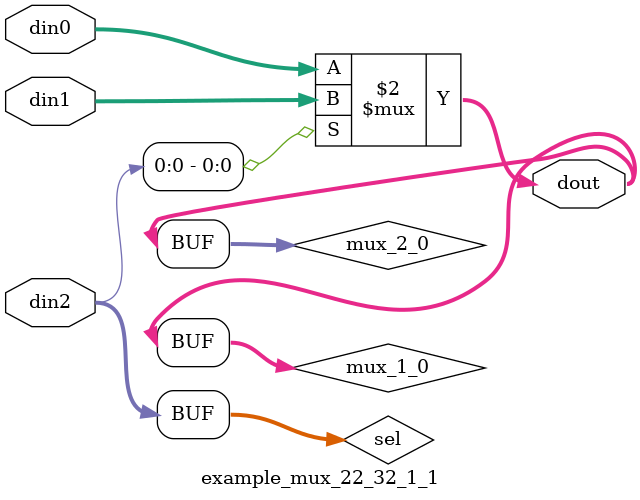
<source format=v>

`timescale 1ns/1ps

module example_mux_22_32_1_1 #(
parameter
    ID                = 0,
    NUM_STAGE         = 1,
    din0_WIDTH       = 32,
    din1_WIDTH       = 32,
    din2_WIDTH         = 32,
    dout_WIDTH            = 32
)(
    input  [31 : 0]     din0,
    input  [31 : 0]     din1,
    input  [1 : 0]    din2,
    output [31 : 0]   dout);

// puts internal signals
wire [1 : 0]     sel;
// level 1 signals
wire [31 : 0]         mux_1_0;
// level 2 signals
wire [31 : 0]         mux_2_0;

assign sel = din2;

// Generate level 1 logic
assign mux_1_0 = (sel[0] == 0)? din0 : din1;

// Generate level 2 logic
assign mux_2_0 = mux_1_0;

// output logic
assign dout = mux_2_0;

endmodule

</source>
